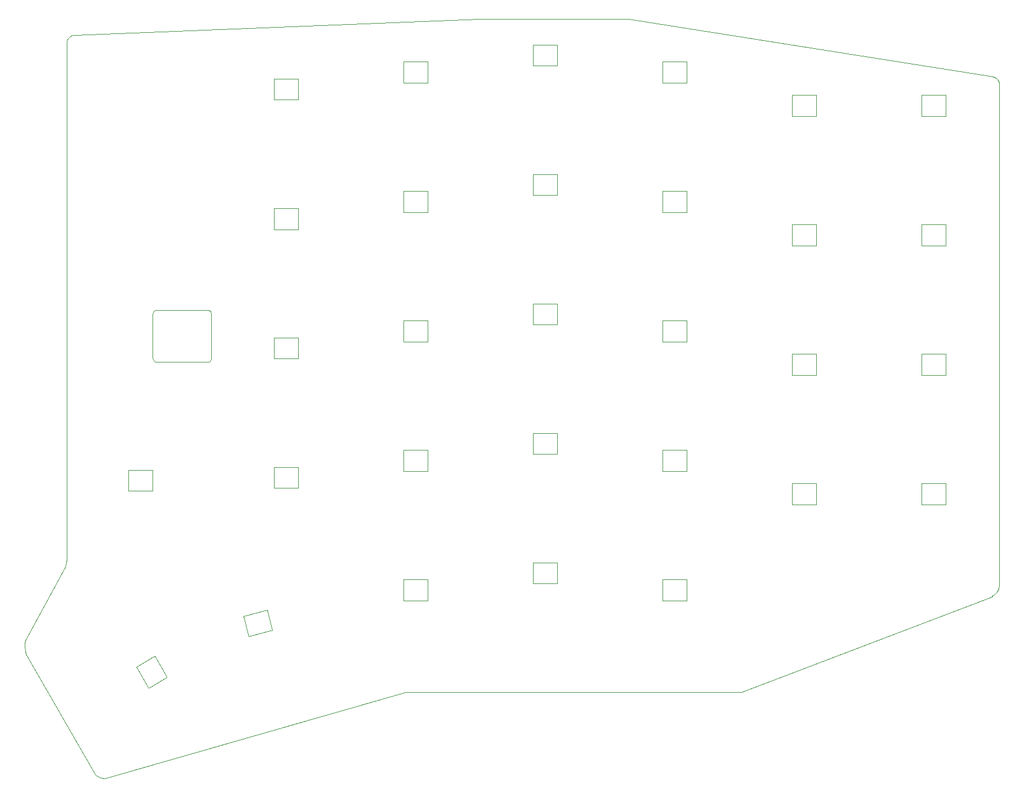
<source format=gm1>
G04 #@! TF.GenerationSoftware,KiCad,Pcbnew,(6.0.5)*
G04 #@! TF.CreationDate,2023-10-30T23:32:21-05:00*
G04 #@! TF.ProjectId,SofleKeyboard,536f666c-654b-4657-9962-6f6172642e6b,rev?*
G04 #@! TF.SameCoordinates,Original*
G04 #@! TF.FileFunction,Profile,NP*
%FSLAX46Y46*%
G04 Gerber Fmt 4.6, Leading zero omitted, Abs format (unit mm)*
G04 Created by KiCad (PCBNEW (6.0.5)) date 2023-10-30 23:32:21*
%MOMM*%
%LPD*%
G01*
G04 APERTURE LIST*
G04 #@! TA.AperFunction,Profile*
%ADD10C,0.100000*%
G04 #@! TD*
G04 #@! TA.AperFunction,Profile*
%ADD11C,0.120000*%
G04 #@! TD*
G04 APERTURE END LIST*
D10*
X89193680Y-37348815D02*
X89425853Y-37325405D01*
X88977436Y-37415945D02*
X89193680Y-37348815D01*
X88200000Y-115050000D02*
X88000000Y-115650000D01*
X82100000Y-126900000D02*
X82200000Y-126400000D01*
X88275257Y-114400000D02*
X88200000Y-115050000D01*
X88470590Y-37833327D02*
X88611259Y-37662831D01*
X88273857Y-38477435D02*
X88297257Y-38245261D01*
X88364377Y-38029014D02*
X88470590Y-37833327D01*
X82200000Y-126400000D02*
X88000000Y-115650000D01*
X88781752Y-37522160D02*
X88977436Y-37415945D01*
X88611259Y-37662831D02*
X88781752Y-37522160D01*
X88297257Y-38245261D02*
X88364377Y-38029014D01*
X225283881Y-43997807D02*
X225370281Y-44178672D01*
X92550000Y-146200000D02*
X82300000Y-128400000D01*
X170950000Y-35000000D02*
X224475441Y-43445146D01*
X225424381Y-44374571D02*
X225443181Y-44581902D01*
X225370281Y-44178672D02*
X225424381Y-44374571D01*
X224677111Y-43496776D02*
X224861871Y-43581466D01*
X224475441Y-43445146D02*
X224677111Y-43496776D01*
X92550000Y-146200000D02*
X92900000Y-146500000D01*
X138154128Y-134000000D02*
X187500000Y-134000000D01*
X82300000Y-128400000D02*
X82150000Y-127900000D01*
X82100000Y-127300000D02*
X82100000Y-126900000D01*
X93350000Y-146650000D02*
X93900000Y-146750000D01*
X82150000Y-127900000D02*
X82100000Y-127300000D01*
X92900000Y-146500000D02*
X93350000Y-146650000D01*
X224386395Y-119928646D02*
X187500000Y-134000000D01*
X225168321Y-43835582D02*
X225283881Y-43997807D01*
X224861871Y-43581466D02*
X225026621Y-43695600D01*
X149000000Y-35000000D02*
X170950000Y-35000000D01*
X225026621Y-43695600D02*
X225168321Y-43835582D01*
X138154128Y-134000000D02*
X93900000Y-146750000D01*
X225443181Y-44581902D02*
X225470181Y-118350000D01*
X224386374Y-119928595D02*
G75*
G03*
X225470181Y-118350000I-666574J1618995D01*
G01*
X88275257Y-114400000D02*
X88273857Y-38477435D01*
X149000000Y-35000000D02*
X89425853Y-37325405D01*
X109439120Y-78002640D02*
X109539120Y-78402640D01*
X109539120Y-84902640D01*
X109439120Y-85202640D01*
X109239120Y-85402640D01*
X101239120Y-85402640D01*
X101039120Y-85202640D01*
X100939120Y-84902640D01*
X100939120Y-78402640D01*
X101039120Y-78002640D01*
X101339120Y-77802640D01*
X109139120Y-77802640D01*
X109439120Y-78002640D01*
D11*
X97302200Y-104401000D02*
X100902200Y-104401000D01*
X100902200Y-104401000D02*
X100902200Y-101301000D01*
X100902200Y-101301000D02*
X97302200Y-101301000D01*
X97302200Y-101301000D02*
X97302200Y-104401000D01*
X122350000Y-46851000D02*
X122350000Y-43751000D01*
X118750000Y-43751000D02*
X118750000Y-46851000D01*
X118750000Y-46851000D02*
X122350000Y-46851000D01*
X122350000Y-43751000D02*
X118750000Y-43751000D01*
X156850000Y-38751000D02*
X156850000Y-41851000D01*
X160450000Y-41851000D02*
X160450000Y-38751000D01*
X160450000Y-38751000D02*
X156850000Y-38751000D01*
X156850000Y-41851000D02*
X160450000Y-41851000D01*
X122350000Y-81851000D02*
X118750000Y-81851000D01*
X118750000Y-81851000D02*
X118750000Y-84951000D01*
X122350000Y-84951000D02*
X122350000Y-81851000D01*
X118750000Y-84951000D02*
X122350000Y-84951000D01*
X137800000Y-79351000D02*
X137800000Y-82451000D01*
X137800000Y-82451000D02*
X141400000Y-82451000D01*
X141400000Y-82451000D02*
X141400000Y-79351000D01*
X141400000Y-79351000D02*
X137800000Y-79351000D01*
X122350000Y-100901000D02*
X118750000Y-100901000D01*
X118750000Y-100901000D02*
X118750000Y-104001000D01*
X122350000Y-104001000D02*
X122350000Y-100901000D01*
X118750000Y-104001000D02*
X122350000Y-104001000D01*
X160450000Y-95901000D02*
X156850000Y-95901000D01*
X160450000Y-99001000D02*
X160450000Y-95901000D01*
X156850000Y-95901000D02*
X156850000Y-99001000D01*
X156850000Y-99001000D02*
X160450000Y-99001000D01*
X198550000Y-106401000D02*
X198550000Y-103301000D01*
X194950000Y-106401000D02*
X198550000Y-106401000D01*
X194950000Y-103301000D02*
X194950000Y-106401000D01*
X198550000Y-103301000D02*
X194950000Y-103301000D01*
X98537114Y-130266654D02*
X100337114Y-133384346D01*
X101221793Y-128716654D02*
X98537114Y-130266654D01*
X100337114Y-133384346D02*
X103021793Y-131834346D01*
X103021793Y-131834346D02*
X101221793Y-128716654D01*
X117721306Y-121898055D02*
X114243973Y-122829804D01*
X114243973Y-122829804D02*
X115046312Y-125824174D01*
X118523645Y-124892425D02*
X117721306Y-121898055D01*
X115046312Y-125824174D02*
X118523645Y-124892425D01*
X217600000Y-65201000D02*
X214000000Y-65201000D01*
X214000000Y-65201000D02*
X214000000Y-68301000D01*
X214000000Y-68301000D02*
X217600000Y-68301000D01*
X217600000Y-68301000D02*
X217600000Y-65201000D01*
X214000000Y-84251000D02*
X214000000Y-87351000D01*
X214000000Y-87351000D02*
X217600000Y-87351000D01*
X217600000Y-87351000D02*
X217600000Y-84251000D01*
X217600000Y-84251000D02*
X214000000Y-84251000D01*
X214000000Y-103301000D02*
X214000000Y-106401000D01*
X217600000Y-106401000D02*
X217600000Y-103301000D01*
X214000000Y-106401000D02*
X217600000Y-106401000D01*
X217600000Y-103301000D02*
X214000000Y-103301000D01*
X175900000Y-41251000D02*
X175900000Y-44351000D01*
X179500000Y-41251000D02*
X175900000Y-41251000D01*
X179500000Y-44351000D02*
X179500000Y-41251000D01*
X175900000Y-44351000D02*
X179500000Y-44351000D01*
X198550000Y-49251000D02*
X198550000Y-46151000D01*
X194950000Y-46151000D02*
X194950000Y-49251000D01*
X198550000Y-46151000D02*
X194950000Y-46151000D01*
X194950000Y-49251000D02*
X198550000Y-49251000D01*
X141400000Y-63401000D02*
X141400000Y-60301000D01*
X137800000Y-63401000D02*
X141400000Y-63401000D01*
X141400000Y-60301000D02*
X137800000Y-60301000D01*
X137800000Y-60301000D02*
X137800000Y-63401000D01*
X179500000Y-63401000D02*
X179500000Y-60301000D01*
X175900000Y-63401000D02*
X179500000Y-63401000D01*
X179500000Y-60301000D02*
X175900000Y-60301000D01*
X175900000Y-60301000D02*
X175900000Y-63401000D01*
X156850000Y-57801000D02*
X156850000Y-60901000D01*
X160450000Y-60901000D02*
X160450000Y-57801000D01*
X156850000Y-60901000D02*
X160450000Y-60901000D01*
X160450000Y-57801000D02*
X156850000Y-57801000D01*
X175900000Y-79351000D02*
X175900000Y-82451000D01*
X179500000Y-82451000D02*
X179500000Y-79351000D01*
X179500000Y-79351000D02*
X175900000Y-79351000D01*
X175900000Y-82451000D02*
X179500000Y-82451000D01*
X214000000Y-49251000D02*
X217600000Y-49251000D01*
X217600000Y-49251000D02*
X217600000Y-46151000D01*
X214000000Y-46151000D02*
X214000000Y-49251000D01*
X217600000Y-46151000D02*
X214000000Y-46151000D01*
X118750000Y-62851000D02*
X118750000Y-65951000D01*
X118750000Y-65951000D02*
X122350000Y-65951000D01*
X122350000Y-62851000D02*
X118750000Y-62851000D01*
X122350000Y-65951000D02*
X122350000Y-62851000D01*
X179500000Y-120551000D02*
X179500000Y-117451000D01*
X179500000Y-117451000D02*
X175900000Y-117451000D01*
X175900000Y-120551000D02*
X179500000Y-120551000D01*
X175900000Y-117451000D02*
X175900000Y-120551000D01*
X198550000Y-68301000D02*
X198550000Y-65201000D01*
X198550000Y-65201000D02*
X194950000Y-65201000D01*
X194950000Y-65201000D02*
X194950000Y-68301000D01*
X194950000Y-68301000D02*
X198550000Y-68301000D01*
X179500000Y-101501000D02*
X179500000Y-98401000D01*
X175900000Y-98401000D02*
X175900000Y-101501000D01*
X179500000Y-98401000D02*
X175900000Y-98401000D01*
X175900000Y-101501000D02*
X179500000Y-101501000D01*
X198550000Y-84251000D02*
X194950000Y-84251000D01*
X194950000Y-84251000D02*
X194950000Y-87351000D01*
X194950000Y-87351000D02*
X198550000Y-87351000D01*
X198550000Y-87351000D02*
X198550000Y-84251000D01*
X156850000Y-118051000D02*
X160450000Y-118051000D01*
X160450000Y-118051000D02*
X160450000Y-114951000D01*
X156850000Y-114951000D02*
X156850000Y-118051000D01*
X160450000Y-114951000D02*
X156850000Y-114951000D01*
X156850000Y-79951000D02*
X160450000Y-79951000D01*
X156850000Y-76851000D02*
X156850000Y-79951000D01*
X160450000Y-79951000D02*
X160450000Y-76851000D01*
X160450000Y-76851000D02*
X156850000Y-76851000D01*
X141400000Y-41251000D02*
X137800000Y-41251000D01*
X137800000Y-41251000D02*
X137800000Y-44351000D01*
X137800000Y-44351000D02*
X141400000Y-44351000D01*
X141400000Y-44351000D02*
X141400000Y-41251000D01*
X137800000Y-98401000D02*
X137800000Y-101501000D01*
X141400000Y-98401000D02*
X137800000Y-98401000D01*
X141400000Y-101501000D02*
X141400000Y-98401000D01*
X137800000Y-101501000D02*
X141400000Y-101501000D01*
X137800000Y-117451000D02*
X137800000Y-120551000D01*
X141400000Y-120551000D02*
X141400000Y-117451000D01*
X141400000Y-117451000D02*
X137800000Y-117451000D01*
X137800000Y-120551000D02*
X141400000Y-120551000D01*
M02*

</source>
